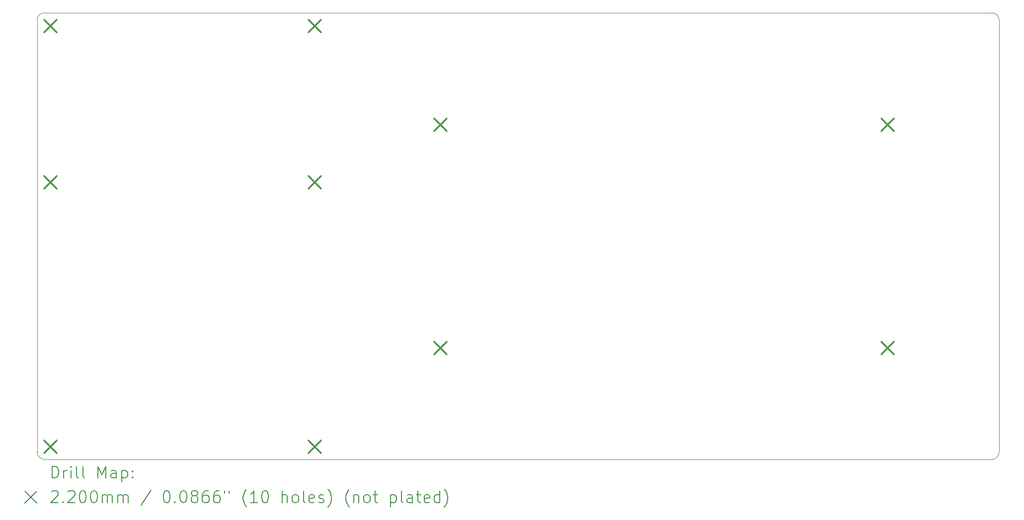
<source format=gbr>
%TF.GenerationSoftware,KiCad,Pcbnew,7.0.5*%
%TF.CreationDate,2024-08-04T00:39:53+08:00*%
%TF.ProjectId,TPS,5450532e-6b69-4636-9164-5f7063625858,rev?*%
%TF.SameCoordinates,Original*%
%TF.FileFunction,Drillmap*%
%TF.FilePolarity,Positive*%
%FSLAX45Y45*%
G04 Gerber Fmt 4.5, Leading zero omitted, Abs format (unit mm)*
G04 Created by KiCad (PCBNEW 7.0.5) date 2024-08-04 00:39:53*
%MOMM*%
%LPD*%
G01*
G04 APERTURE LIST*
%ADD10C,0.120000*%
%ADD11C,0.200000*%
%ADD12C,0.220000*%
G04 APERTURE END LIST*
D10*
X20115500Y-2900000D02*
X3973100Y-2900000D01*
X3846100Y-10393000D02*
G75*
G03*
X3973100Y-10520000I127000J0D01*
G01*
X3973100Y-2900000D02*
G75*
G03*
X3846100Y-3027000I0J-127000D01*
G01*
X20242500Y-10393000D02*
X20242500Y-3027000D01*
X20115500Y-10520000D02*
X3973100Y-10520000D01*
X3846100Y-3027000D02*
X3846100Y-10393000D01*
X20115500Y-10520000D02*
G75*
G03*
X20242500Y-10393000I0J127000D01*
G01*
X20242500Y-3027000D02*
G75*
G03*
X20115500Y-2900000I-127000J0D01*
G01*
D11*
D12*
X3956100Y-3010000D02*
X4176100Y-3230000D01*
X4176100Y-3010000D02*
X3956100Y-3230000D01*
X3956100Y-5678600D02*
X4176100Y-5898600D01*
X4176100Y-5678600D02*
X3956100Y-5898600D01*
X3956100Y-10190000D02*
X4176100Y-10410000D01*
X4176100Y-10190000D02*
X3956100Y-10410000D01*
X8467500Y-3010000D02*
X8687500Y-3230000D01*
X8687500Y-3010000D02*
X8467500Y-3230000D01*
X8467500Y-5678600D02*
X8687500Y-5898600D01*
X8687500Y-5678600D02*
X8467500Y-5898600D01*
X8467500Y-10190000D02*
X8687500Y-10410000D01*
X8687500Y-10190000D02*
X8467500Y-10410000D01*
X10607500Y-4695000D02*
X10827500Y-4915000D01*
X10827500Y-4695000D02*
X10607500Y-4915000D01*
X10607500Y-8505000D02*
X10827500Y-8725000D01*
X10827500Y-8505000D02*
X10607500Y-8725000D01*
X18227500Y-4695000D02*
X18447500Y-4915000D01*
X18447500Y-4695000D02*
X18227500Y-4915000D01*
X18227500Y-8505000D02*
X18447500Y-8725000D01*
X18447500Y-8505000D02*
X18227500Y-8725000D01*
D11*
X4100877Y-10837484D02*
X4100877Y-10637484D01*
X4100877Y-10637484D02*
X4148496Y-10637484D01*
X4148496Y-10637484D02*
X4177067Y-10647008D01*
X4177067Y-10647008D02*
X4196115Y-10666055D01*
X4196115Y-10666055D02*
X4205639Y-10685103D01*
X4205639Y-10685103D02*
X4215163Y-10723198D01*
X4215163Y-10723198D02*
X4215163Y-10751770D01*
X4215163Y-10751770D02*
X4205639Y-10789865D01*
X4205639Y-10789865D02*
X4196115Y-10808912D01*
X4196115Y-10808912D02*
X4177067Y-10827960D01*
X4177067Y-10827960D02*
X4148496Y-10837484D01*
X4148496Y-10837484D02*
X4100877Y-10837484D01*
X4300877Y-10837484D02*
X4300877Y-10704150D01*
X4300877Y-10742246D02*
X4310401Y-10723198D01*
X4310401Y-10723198D02*
X4319924Y-10713674D01*
X4319924Y-10713674D02*
X4338972Y-10704150D01*
X4338972Y-10704150D02*
X4358020Y-10704150D01*
X4424686Y-10837484D02*
X4424686Y-10704150D01*
X4424686Y-10637484D02*
X4415163Y-10647008D01*
X4415163Y-10647008D02*
X4424686Y-10656531D01*
X4424686Y-10656531D02*
X4434210Y-10647008D01*
X4434210Y-10647008D02*
X4424686Y-10637484D01*
X4424686Y-10637484D02*
X4424686Y-10656531D01*
X4548496Y-10837484D02*
X4529448Y-10827960D01*
X4529448Y-10827960D02*
X4519924Y-10808912D01*
X4519924Y-10808912D02*
X4519924Y-10637484D01*
X4653258Y-10837484D02*
X4634210Y-10827960D01*
X4634210Y-10827960D02*
X4624686Y-10808912D01*
X4624686Y-10808912D02*
X4624686Y-10637484D01*
X4881829Y-10837484D02*
X4881829Y-10637484D01*
X4881829Y-10637484D02*
X4948496Y-10780341D01*
X4948496Y-10780341D02*
X5015163Y-10637484D01*
X5015163Y-10637484D02*
X5015163Y-10837484D01*
X5196115Y-10837484D02*
X5196115Y-10732722D01*
X5196115Y-10732722D02*
X5186591Y-10713674D01*
X5186591Y-10713674D02*
X5167544Y-10704150D01*
X5167544Y-10704150D02*
X5129448Y-10704150D01*
X5129448Y-10704150D02*
X5110401Y-10713674D01*
X5196115Y-10827960D02*
X5177067Y-10837484D01*
X5177067Y-10837484D02*
X5129448Y-10837484D01*
X5129448Y-10837484D02*
X5110401Y-10827960D01*
X5110401Y-10827960D02*
X5100877Y-10808912D01*
X5100877Y-10808912D02*
X5100877Y-10789865D01*
X5100877Y-10789865D02*
X5110401Y-10770817D01*
X5110401Y-10770817D02*
X5129448Y-10761293D01*
X5129448Y-10761293D02*
X5177067Y-10761293D01*
X5177067Y-10761293D02*
X5196115Y-10751770D01*
X5291353Y-10704150D02*
X5291353Y-10904150D01*
X5291353Y-10713674D02*
X5310401Y-10704150D01*
X5310401Y-10704150D02*
X5348496Y-10704150D01*
X5348496Y-10704150D02*
X5367544Y-10713674D01*
X5367544Y-10713674D02*
X5377067Y-10723198D01*
X5377067Y-10723198D02*
X5386591Y-10742246D01*
X5386591Y-10742246D02*
X5386591Y-10799389D01*
X5386591Y-10799389D02*
X5377067Y-10818436D01*
X5377067Y-10818436D02*
X5367544Y-10827960D01*
X5367544Y-10827960D02*
X5348496Y-10837484D01*
X5348496Y-10837484D02*
X5310401Y-10837484D01*
X5310401Y-10837484D02*
X5291353Y-10827960D01*
X5472305Y-10818436D02*
X5481829Y-10827960D01*
X5481829Y-10827960D02*
X5472305Y-10837484D01*
X5472305Y-10837484D02*
X5462782Y-10827960D01*
X5462782Y-10827960D02*
X5472305Y-10818436D01*
X5472305Y-10818436D02*
X5472305Y-10837484D01*
X5472305Y-10713674D02*
X5481829Y-10723198D01*
X5481829Y-10723198D02*
X5472305Y-10732722D01*
X5472305Y-10732722D02*
X5462782Y-10723198D01*
X5462782Y-10723198D02*
X5472305Y-10713674D01*
X5472305Y-10713674D02*
X5472305Y-10732722D01*
X3640100Y-11066000D02*
X3840100Y-11266000D01*
X3840100Y-11066000D02*
X3640100Y-11266000D01*
X4091353Y-11076531D02*
X4100877Y-11067008D01*
X4100877Y-11067008D02*
X4119924Y-11057484D01*
X4119924Y-11057484D02*
X4167543Y-11057484D01*
X4167543Y-11057484D02*
X4186591Y-11067008D01*
X4186591Y-11067008D02*
X4196115Y-11076531D01*
X4196115Y-11076531D02*
X4205639Y-11095579D01*
X4205639Y-11095579D02*
X4205639Y-11114627D01*
X4205639Y-11114627D02*
X4196115Y-11143198D01*
X4196115Y-11143198D02*
X4081829Y-11257484D01*
X4081829Y-11257484D02*
X4205639Y-11257484D01*
X4291353Y-11238436D02*
X4300877Y-11247960D01*
X4300877Y-11247960D02*
X4291353Y-11257484D01*
X4291353Y-11257484D02*
X4281829Y-11247960D01*
X4281829Y-11247960D02*
X4291353Y-11238436D01*
X4291353Y-11238436D02*
X4291353Y-11257484D01*
X4377067Y-11076531D02*
X4386591Y-11067008D01*
X4386591Y-11067008D02*
X4405639Y-11057484D01*
X4405639Y-11057484D02*
X4453258Y-11057484D01*
X4453258Y-11057484D02*
X4472305Y-11067008D01*
X4472305Y-11067008D02*
X4481829Y-11076531D01*
X4481829Y-11076531D02*
X4491353Y-11095579D01*
X4491353Y-11095579D02*
X4491353Y-11114627D01*
X4491353Y-11114627D02*
X4481829Y-11143198D01*
X4481829Y-11143198D02*
X4367544Y-11257484D01*
X4367544Y-11257484D02*
X4491353Y-11257484D01*
X4615163Y-11057484D02*
X4634210Y-11057484D01*
X4634210Y-11057484D02*
X4653258Y-11067008D01*
X4653258Y-11067008D02*
X4662782Y-11076531D01*
X4662782Y-11076531D02*
X4672305Y-11095579D01*
X4672305Y-11095579D02*
X4681829Y-11133674D01*
X4681829Y-11133674D02*
X4681829Y-11181293D01*
X4681829Y-11181293D02*
X4672305Y-11219388D01*
X4672305Y-11219388D02*
X4662782Y-11238436D01*
X4662782Y-11238436D02*
X4653258Y-11247960D01*
X4653258Y-11247960D02*
X4634210Y-11257484D01*
X4634210Y-11257484D02*
X4615163Y-11257484D01*
X4615163Y-11257484D02*
X4596115Y-11247960D01*
X4596115Y-11247960D02*
X4586591Y-11238436D01*
X4586591Y-11238436D02*
X4577067Y-11219388D01*
X4577067Y-11219388D02*
X4567544Y-11181293D01*
X4567544Y-11181293D02*
X4567544Y-11133674D01*
X4567544Y-11133674D02*
X4577067Y-11095579D01*
X4577067Y-11095579D02*
X4586591Y-11076531D01*
X4586591Y-11076531D02*
X4596115Y-11067008D01*
X4596115Y-11067008D02*
X4615163Y-11057484D01*
X4805639Y-11057484D02*
X4824686Y-11057484D01*
X4824686Y-11057484D02*
X4843734Y-11067008D01*
X4843734Y-11067008D02*
X4853258Y-11076531D01*
X4853258Y-11076531D02*
X4862782Y-11095579D01*
X4862782Y-11095579D02*
X4872305Y-11133674D01*
X4872305Y-11133674D02*
X4872305Y-11181293D01*
X4872305Y-11181293D02*
X4862782Y-11219388D01*
X4862782Y-11219388D02*
X4853258Y-11238436D01*
X4853258Y-11238436D02*
X4843734Y-11247960D01*
X4843734Y-11247960D02*
X4824686Y-11257484D01*
X4824686Y-11257484D02*
X4805639Y-11257484D01*
X4805639Y-11257484D02*
X4786591Y-11247960D01*
X4786591Y-11247960D02*
X4777067Y-11238436D01*
X4777067Y-11238436D02*
X4767544Y-11219388D01*
X4767544Y-11219388D02*
X4758020Y-11181293D01*
X4758020Y-11181293D02*
X4758020Y-11133674D01*
X4758020Y-11133674D02*
X4767544Y-11095579D01*
X4767544Y-11095579D02*
X4777067Y-11076531D01*
X4777067Y-11076531D02*
X4786591Y-11067008D01*
X4786591Y-11067008D02*
X4805639Y-11057484D01*
X4958020Y-11257484D02*
X4958020Y-11124150D01*
X4958020Y-11143198D02*
X4967544Y-11133674D01*
X4967544Y-11133674D02*
X4986591Y-11124150D01*
X4986591Y-11124150D02*
X5015163Y-11124150D01*
X5015163Y-11124150D02*
X5034210Y-11133674D01*
X5034210Y-11133674D02*
X5043734Y-11152722D01*
X5043734Y-11152722D02*
X5043734Y-11257484D01*
X5043734Y-11152722D02*
X5053258Y-11133674D01*
X5053258Y-11133674D02*
X5072305Y-11124150D01*
X5072305Y-11124150D02*
X5100877Y-11124150D01*
X5100877Y-11124150D02*
X5119925Y-11133674D01*
X5119925Y-11133674D02*
X5129448Y-11152722D01*
X5129448Y-11152722D02*
X5129448Y-11257484D01*
X5224686Y-11257484D02*
X5224686Y-11124150D01*
X5224686Y-11143198D02*
X5234210Y-11133674D01*
X5234210Y-11133674D02*
X5253258Y-11124150D01*
X5253258Y-11124150D02*
X5281829Y-11124150D01*
X5281829Y-11124150D02*
X5300877Y-11133674D01*
X5300877Y-11133674D02*
X5310401Y-11152722D01*
X5310401Y-11152722D02*
X5310401Y-11257484D01*
X5310401Y-11152722D02*
X5319925Y-11133674D01*
X5319925Y-11133674D02*
X5338972Y-11124150D01*
X5338972Y-11124150D02*
X5367544Y-11124150D01*
X5367544Y-11124150D02*
X5386591Y-11133674D01*
X5386591Y-11133674D02*
X5396115Y-11152722D01*
X5396115Y-11152722D02*
X5396115Y-11257484D01*
X5786591Y-11047960D02*
X5615163Y-11305103D01*
X6043734Y-11057484D02*
X6062782Y-11057484D01*
X6062782Y-11057484D02*
X6081829Y-11067008D01*
X6081829Y-11067008D02*
X6091353Y-11076531D01*
X6091353Y-11076531D02*
X6100877Y-11095579D01*
X6100877Y-11095579D02*
X6110401Y-11133674D01*
X6110401Y-11133674D02*
X6110401Y-11181293D01*
X6110401Y-11181293D02*
X6100877Y-11219388D01*
X6100877Y-11219388D02*
X6091353Y-11238436D01*
X6091353Y-11238436D02*
X6081829Y-11247960D01*
X6081829Y-11247960D02*
X6062782Y-11257484D01*
X6062782Y-11257484D02*
X6043734Y-11257484D01*
X6043734Y-11257484D02*
X6024686Y-11247960D01*
X6024686Y-11247960D02*
X6015163Y-11238436D01*
X6015163Y-11238436D02*
X6005639Y-11219388D01*
X6005639Y-11219388D02*
X5996115Y-11181293D01*
X5996115Y-11181293D02*
X5996115Y-11133674D01*
X5996115Y-11133674D02*
X6005639Y-11095579D01*
X6005639Y-11095579D02*
X6015163Y-11076531D01*
X6015163Y-11076531D02*
X6024686Y-11067008D01*
X6024686Y-11067008D02*
X6043734Y-11057484D01*
X6196115Y-11238436D02*
X6205639Y-11247960D01*
X6205639Y-11247960D02*
X6196115Y-11257484D01*
X6196115Y-11257484D02*
X6186591Y-11247960D01*
X6186591Y-11247960D02*
X6196115Y-11238436D01*
X6196115Y-11238436D02*
X6196115Y-11257484D01*
X6329448Y-11057484D02*
X6348496Y-11057484D01*
X6348496Y-11057484D02*
X6367544Y-11067008D01*
X6367544Y-11067008D02*
X6377067Y-11076531D01*
X6377067Y-11076531D02*
X6386591Y-11095579D01*
X6386591Y-11095579D02*
X6396115Y-11133674D01*
X6396115Y-11133674D02*
X6396115Y-11181293D01*
X6396115Y-11181293D02*
X6386591Y-11219388D01*
X6386591Y-11219388D02*
X6377067Y-11238436D01*
X6377067Y-11238436D02*
X6367544Y-11247960D01*
X6367544Y-11247960D02*
X6348496Y-11257484D01*
X6348496Y-11257484D02*
X6329448Y-11257484D01*
X6329448Y-11257484D02*
X6310401Y-11247960D01*
X6310401Y-11247960D02*
X6300877Y-11238436D01*
X6300877Y-11238436D02*
X6291353Y-11219388D01*
X6291353Y-11219388D02*
X6281829Y-11181293D01*
X6281829Y-11181293D02*
X6281829Y-11133674D01*
X6281829Y-11133674D02*
X6291353Y-11095579D01*
X6291353Y-11095579D02*
X6300877Y-11076531D01*
X6300877Y-11076531D02*
X6310401Y-11067008D01*
X6310401Y-11067008D02*
X6329448Y-11057484D01*
X6510401Y-11143198D02*
X6491353Y-11133674D01*
X6491353Y-11133674D02*
X6481829Y-11124150D01*
X6481829Y-11124150D02*
X6472306Y-11105103D01*
X6472306Y-11105103D02*
X6472306Y-11095579D01*
X6472306Y-11095579D02*
X6481829Y-11076531D01*
X6481829Y-11076531D02*
X6491353Y-11067008D01*
X6491353Y-11067008D02*
X6510401Y-11057484D01*
X6510401Y-11057484D02*
X6548496Y-11057484D01*
X6548496Y-11057484D02*
X6567544Y-11067008D01*
X6567544Y-11067008D02*
X6577067Y-11076531D01*
X6577067Y-11076531D02*
X6586591Y-11095579D01*
X6586591Y-11095579D02*
X6586591Y-11105103D01*
X6586591Y-11105103D02*
X6577067Y-11124150D01*
X6577067Y-11124150D02*
X6567544Y-11133674D01*
X6567544Y-11133674D02*
X6548496Y-11143198D01*
X6548496Y-11143198D02*
X6510401Y-11143198D01*
X6510401Y-11143198D02*
X6491353Y-11152722D01*
X6491353Y-11152722D02*
X6481829Y-11162246D01*
X6481829Y-11162246D02*
X6472306Y-11181293D01*
X6472306Y-11181293D02*
X6472306Y-11219388D01*
X6472306Y-11219388D02*
X6481829Y-11238436D01*
X6481829Y-11238436D02*
X6491353Y-11247960D01*
X6491353Y-11247960D02*
X6510401Y-11257484D01*
X6510401Y-11257484D02*
X6548496Y-11257484D01*
X6548496Y-11257484D02*
X6567544Y-11247960D01*
X6567544Y-11247960D02*
X6577067Y-11238436D01*
X6577067Y-11238436D02*
X6586591Y-11219388D01*
X6586591Y-11219388D02*
X6586591Y-11181293D01*
X6586591Y-11181293D02*
X6577067Y-11162246D01*
X6577067Y-11162246D02*
X6567544Y-11152722D01*
X6567544Y-11152722D02*
X6548496Y-11143198D01*
X6758020Y-11057484D02*
X6719925Y-11057484D01*
X6719925Y-11057484D02*
X6700877Y-11067008D01*
X6700877Y-11067008D02*
X6691353Y-11076531D01*
X6691353Y-11076531D02*
X6672306Y-11105103D01*
X6672306Y-11105103D02*
X6662782Y-11143198D01*
X6662782Y-11143198D02*
X6662782Y-11219388D01*
X6662782Y-11219388D02*
X6672306Y-11238436D01*
X6672306Y-11238436D02*
X6681829Y-11247960D01*
X6681829Y-11247960D02*
X6700877Y-11257484D01*
X6700877Y-11257484D02*
X6738972Y-11257484D01*
X6738972Y-11257484D02*
X6758020Y-11247960D01*
X6758020Y-11247960D02*
X6767544Y-11238436D01*
X6767544Y-11238436D02*
X6777067Y-11219388D01*
X6777067Y-11219388D02*
X6777067Y-11171770D01*
X6777067Y-11171770D02*
X6767544Y-11152722D01*
X6767544Y-11152722D02*
X6758020Y-11143198D01*
X6758020Y-11143198D02*
X6738972Y-11133674D01*
X6738972Y-11133674D02*
X6700877Y-11133674D01*
X6700877Y-11133674D02*
X6681829Y-11143198D01*
X6681829Y-11143198D02*
X6672306Y-11152722D01*
X6672306Y-11152722D02*
X6662782Y-11171770D01*
X6948496Y-11057484D02*
X6910401Y-11057484D01*
X6910401Y-11057484D02*
X6891353Y-11067008D01*
X6891353Y-11067008D02*
X6881829Y-11076531D01*
X6881829Y-11076531D02*
X6862782Y-11105103D01*
X6862782Y-11105103D02*
X6853258Y-11143198D01*
X6853258Y-11143198D02*
X6853258Y-11219388D01*
X6853258Y-11219388D02*
X6862782Y-11238436D01*
X6862782Y-11238436D02*
X6872306Y-11247960D01*
X6872306Y-11247960D02*
X6891353Y-11257484D01*
X6891353Y-11257484D02*
X6929448Y-11257484D01*
X6929448Y-11257484D02*
X6948496Y-11247960D01*
X6948496Y-11247960D02*
X6958020Y-11238436D01*
X6958020Y-11238436D02*
X6967544Y-11219388D01*
X6967544Y-11219388D02*
X6967544Y-11171770D01*
X6967544Y-11171770D02*
X6958020Y-11152722D01*
X6958020Y-11152722D02*
X6948496Y-11143198D01*
X6948496Y-11143198D02*
X6929448Y-11133674D01*
X6929448Y-11133674D02*
X6891353Y-11133674D01*
X6891353Y-11133674D02*
X6872306Y-11143198D01*
X6872306Y-11143198D02*
X6862782Y-11152722D01*
X6862782Y-11152722D02*
X6853258Y-11171770D01*
X7043734Y-11057484D02*
X7043734Y-11095579D01*
X7119925Y-11057484D02*
X7119925Y-11095579D01*
X7415163Y-11333674D02*
X7405639Y-11324150D01*
X7405639Y-11324150D02*
X7386591Y-11295579D01*
X7386591Y-11295579D02*
X7377068Y-11276531D01*
X7377068Y-11276531D02*
X7367544Y-11247960D01*
X7367544Y-11247960D02*
X7358020Y-11200341D01*
X7358020Y-11200341D02*
X7358020Y-11162246D01*
X7358020Y-11162246D02*
X7367544Y-11114627D01*
X7367544Y-11114627D02*
X7377068Y-11086055D01*
X7377068Y-11086055D02*
X7386591Y-11067008D01*
X7386591Y-11067008D02*
X7405639Y-11038436D01*
X7405639Y-11038436D02*
X7415163Y-11028912D01*
X7596115Y-11257484D02*
X7481829Y-11257484D01*
X7538972Y-11257484D02*
X7538972Y-11057484D01*
X7538972Y-11057484D02*
X7519925Y-11086055D01*
X7519925Y-11086055D02*
X7500877Y-11105103D01*
X7500877Y-11105103D02*
X7481829Y-11114627D01*
X7719925Y-11057484D02*
X7738972Y-11057484D01*
X7738972Y-11057484D02*
X7758020Y-11067008D01*
X7758020Y-11067008D02*
X7767544Y-11076531D01*
X7767544Y-11076531D02*
X7777068Y-11095579D01*
X7777068Y-11095579D02*
X7786591Y-11133674D01*
X7786591Y-11133674D02*
X7786591Y-11181293D01*
X7786591Y-11181293D02*
X7777068Y-11219388D01*
X7777068Y-11219388D02*
X7767544Y-11238436D01*
X7767544Y-11238436D02*
X7758020Y-11247960D01*
X7758020Y-11247960D02*
X7738972Y-11257484D01*
X7738972Y-11257484D02*
X7719925Y-11257484D01*
X7719925Y-11257484D02*
X7700877Y-11247960D01*
X7700877Y-11247960D02*
X7691353Y-11238436D01*
X7691353Y-11238436D02*
X7681829Y-11219388D01*
X7681829Y-11219388D02*
X7672306Y-11181293D01*
X7672306Y-11181293D02*
X7672306Y-11133674D01*
X7672306Y-11133674D02*
X7681829Y-11095579D01*
X7681829Y-11095579D02*
X7691353Y-11076531D01*
X7691353Y-11076531D02*
X7700877Y-11067008D01*
X7700877Y-11067008D02*
X7719925Y-11057484D01*
X8024687Y-11257484D02*
X8024687Y-11057484D01*
X8110401Y-11257484D02*
X8110401Y-11152722D01*
X8110401Y-11152722D02*
X8100877Y-11133674D01*
X8100877Y-11133674D02*
X8081830Y-11124150D01*
X8081830Y-11124150D02*
X8053258Y-11124150D01*
X8053258Y-11124150D02*
X8034210Y-11133674D01*
X8034210Y-11133674D02*
X8024687Y-11143198D01*
X8234210Y-11257484D02*
X8215163Y-11247960D01*
X8215163Y-11247960D02*
X8205639Y-11238436D01*
X8205639Y-11238436D02*
X8196115Y-11219388D01*
X8196115Y-11219388D02*
X8196115Y-11162246D01*
X8196115Y-11162246D02*
X8205639Y-11143198D01*
X8205639Y-11143198D02*
X8215163Y-11133674D01*
X8215163Y-11133674D02*
X8234210Y-11124150D01*
X8234210Y-11124150D02*
X8262782Y-11124150D01*
X8262782Y-11124150D02*
X8281830Y-11133674D01*
X8281830Y-11133674D02*
X8291353Y-11143198D01*
X8291353Y-11143198D02*
X8300877Y-11162246D01*
X8300877Y-11162246D02*
X8300877Y-11219388D01*
X8300877Y-11219388D02*
X8291353Y-11238436D01*
X8291353Y-11238436D02*
X8281830Y-11247960D01*
X8281830Y-11247960D02*
X8262782Y-11257484D01*
X8262782Y-11257484D02*
X8234210Y-11257484D01*
X8415163Y-11257484D02*
X8396115Y-11247960D01*
X8396115Y-11247960D02*
X8386591Y-11228912D01*
X8386591Y-11228912D02*
X8386591Y-11057484D01*
X8567544Y-11247960D02*
X8548496Y-11257484D01*
X8548496Y-11257484D02*
X8510401Y-11257484D01*
X8510401Y-11257484D02*
X8491353Y-11247960D01*
X8491353Y-11247960D02*
X8481830Y-11228912D01*
X8481830Y-11228912D02*
X8481830Y-11152722D01*
X8481830Y-11152722D02*
X8491353Y-11133674D01*
X8491353Y-11133674D02*
X8510401Y-11124150D01*
X8510401Y-11124150D02*
X8548496Y-11124150D01*
X8548496Y-11124150D02*
X8567544Y-11133674D01*
X8567544Y-11133674D02*
X8577068Y-11152722D01*
X8577068Y-11152722D02*
X8577068Y-11171770D01*
X8577068Y-11171770D02*
X8481830Y-11190817D01*
X8653258Y-11247960D02*
X8672306Y-11257484D01*
X8672306Y-11257484D02*
X8710401Y-11257484D01*
X8710401Y-11257484D02*
X8729449Y-11247960D01*
X8729449Y-11247960D02*
X8738973Y-11228912D01*
X8738973Y-11228912D02*
X8738973Y-11219388D01*
X8738973Y-11219388D02*
X8729449Y-11200341D01*
X8729449Y-11200341D02*
X8710401Y-11190817D01*
X8710401Y-11190817D02*
X8681830Y-11190817D01*
X8681830Y-11190817D02*
X8662782Y-11181293D01*
X8662782Y-11181293D02*
X8653258Y-11162246D01*
X8653258Y-11162246D02*
X8653258Y-11152722D01*
X8653258Y-11152722D02*
X8662782Y-11133674D01*
X8662782Y-11133674D02*
X8681830Y-11124150D01*
X8681830Y-11124150D02*
X8710401Y-11124150D01*
X8710401Y-11124150D02*
X8729449Y-11133674D01*
X8805639Y-11333674D02*
X8815163Y-11324150D01*
X8815163Y-11324150D02*
X8834211Y-11295579D01*
X8834211Y-11295579D02*
X8843734Y-11276531D01*
X8843734Y-11276531D02*
X8853258Y-11247960D01*
X8853258Y-11247960D02*
X8862782Y-11200341D01*
X8862782Y-11200341D02*
X8862782Y-11162246D01*
X8862782Y-11162246D02*
X8853258Y-11114627D01*
X8853258Y-11114627D02*
X8843734Y-11086055D01*
X8843734Y-11086055D02*
X8834211Y-11067008D01*
X8834211Y-11067008D02*
X8815163Y-11038436D01*
X8815163Y-11038436D02*
X8805639Y-11028912D01*
X9167544Y-11333674D02*
X9158020Y-11324150D01*
X9158020Y-11324150D02*
X9138973Y-11295579D01*
X9138973Y-11295579D02*
X9129449Y-11276531D01*
X9129449Y-11276531D02*
X9119925Y-11247960D01*
X9119925Y-11247960D02*
X9110401Y-11200341D01*
X9110401Y-11200341D02*
X9110401Y-11162246D01*
X9110401Y-11162246D02*
X9119925Y-11114627D01*
X9119925Y-11114627D02*
X9129449Y-11086055D01*
X9129449Y-11086055D02*
X9138973Y-11067008D01*
X9138973Y-11067008D02*
X9158020Y-11038436D01*
X9158020Y-11038436D02*
X9167544Y-11028912D01*
X9243734Y-11124150D02*
X9243734Y-11257484D01*
X9243734Y-11143198D02*
X9253258Y-11133674D01*
X9253258Y-11133674D02*
X9272306Y-11124150D01*
X9272306Y-11124150D02*
X9300877Y-11124150D01*
X9300877Y-11124150D02*
X9319925Y-11133674D01*
X9319925Y-11133674D02*
X9329449Y-11152722D01*
X9329449Y-11152722D02*
X9329449Y-11257484D01*
X9453258Y-11257484D02*
X9434211Y-11247960D01*
X9434211Y-11247960D02*
X9424687Y-11238436D01*
X9424687Y-11238436D02*
X9415163Y-11219388D01*
X9415163Y-11219388D02*
X9415163Y-11162246D01*
X9415163Y-11162246D02*
X9424687Y-11143198D01*
X9424687Y-11143198D02*
X9434211Y-11133674D01*
X9434211Y-11133674D02*
X9453258Y-11124150D01*
X9453258Y-11124150D02*
X9481830Y-11124150D01*
X9481830Y-11124150D02*
X9500877Y-11133674D01*
X9500877Y-11133674D02*
X9510401Y-11143198D01*
X9510401Y-11143198D02*
X9519925Y-11162246D01*
X9519925Y-11162246D02*
X9519925Y-11219388D01*
X9519925Y-11219388D02*
X9510401Y-11238436D01*
X9510401Y-11238436D02*
X9500877Y-11247960D01*
X9500877Y-11247960D02*
X9481830Y-11257484D01*
X9481830Y-11257484D02*
X9453258Y-11257484D01*
X9577068Y-11124150D02*
X9653258Y-11124150D01*
X9605639Y-11057484D02*
X9605639Y-11228912D01*
X9605639Y-11228912D02*
X9615163Y-11247960D01*
X9615163Y-11247960D02*
X9634211Y-11257484D01*
X9634211Y-11257484D02*
X9653258Y-11257484D01*
X9872306Y-11124150D02*
X9872306Y-11324150D01*
X9872306Y-11133674D02*
X9891354Y-11124150D01*
X9891354Y-11124150D02*
X9929449Y-11124150D01*
X9929449Y-11124150D02*
X9948496Y-11133674D01*
X9948496Y-11133674D02*
X9958020Y-11143198D01*
X9958020Y-11143198D02*
X9967544Y-11162246D01*
X9967544Y-11162246D02*
X9967544Y-11219388D01*
X9967544Y-11219388D02*
X9958020Y-11238436D01*
X9958020Y-11238436D02*
X9948496Y-11247960D01*
X9948496Y-11247960D02*
X9929449Y-11257484D01*
X9929449Y-11257484D02*
X9891354Y-11257484D01*
X9891354Y-11257484D02*
X9872306Y-11247960D01*
X10081830Y-11257484D02*
X10062782Y-11247960D01*
X10062782Y-11247960D02*
X10053258Y-11228912D01*
X10053258Y-11228912D02*
X10053258Y-11057484D01*
X10243735Y-11257484D02*
X10243735Y-11152722D01*
X10243735Y-11152722D02*
X10234211Y-11133674D01*
X10234211Y-11133674D02*
X10215163Y-11124150D01*
X10215163Y-11124150D02*
X10177068Y-11124150D01*
X10177068Y-11124150D02*
X10158020Y-11133674D01*
X10243735Y-11247960D02*
X10224687Y-11257484D01*
X10224687Y-11257484D02*
X10177068Y-11257484D01*
X10177068Y-11257484D02*
X10158020Y-11247960D01*
X10158020Y-11247960D02*
X10148496Y-11228912D01*
X10148496Y-11228912D02*
X10148496Y-11209865D01*
X10148496Y-11209865D02*
X10158020Y-11190817D01*
X10158020Y-11190817D02*
X10177068Y-11181293D01*
X10177068Y-11181293D02*
X10224687Y-11181293D01*
X10224687Y-11181293D02*
X10243735Y-11171770D01*
X10310401Y-11124150D02*
X10386592Y-11124150D01*
X10338973Y-11057484D02*
X10338973Y-11228912D01*
X10338973Y-11228912D02*
X10348496Y-11247960D01*
X10348496Y-11247960D02*
X10367544Y-11257484D01*
X10367544Y-11257484D02*
X10386592Y-11257484D01*
X10529449Y-11247960D02*
X10510401Y-11257484D01*
X10510401Y-11257484D02*
X10472306Y-11257484D01*
X10472306Y-11257484D02*
X10453258Y-11247960D01*
X10453258Y-11247960D02*
X10443735Y-11228912D01*
X10443735Y-11228912D02*
X10443735Y-11152722D01*
X10443735Y-11152722D02*
X10453258Y-11133674D01*
X10453258Y-11133674D02*
X10472306Y-11124150D01*
X10472306Y-11124150D02*
X10510401Y-11124150D01*
X10510401Y-11124150D02*
X10529449Y-11133674D01*
X10529449Y-11133674D02*
X10538973Y-11152722D01*
X10538973Y-11152722D02*
X10538973Y-11171770D01*
X10538973Y-11171770D02*
X10443735Y-11190817D01*
X10710401Y-11257484D02*
X10710401Y-11057484D01*
X10710401Y-11247960D02*
X10691354Y-11257484D01*
X10691354Y-11257484D02*
X10653258Y-11257484D01*
X10653258Y-11257484D02*
X10634211Y-11247960D01*
X10634211Y-11247960D02*
X10624687Y-11238436D01*
X10624687Y-11238436D02*
X10615163Y-11219388D01*
X10615163Y-11219388D02*
X10615163Y-11162246D01*
X10615163Y-11162246D02*
X10624687Y-11143198D01*
X10624687Y-11143198D02*
X10634211Y-11133674D01*
X10634211Y-11133674D02*
X10653258Y-11124150D01*
X10653258Y-11124150D02*
X10691354Y-11124150D01*
X10691354Y-11124150D02*
X10710401Y-11133674D01*
X10786592Y-11333674D02*
X10796116Y-11324150D01*
X10796116Y-11324150D02*
X10815163Y-11295579D01*
X10815163Y-11295579D02*
X10824687Y-11276531D01*
X10824687Y-11276531D02*
X10834211Y-11247960D01*
X10834211Y-11247960D02*
X10843735Y-11200341D01*
X10843735Y-11200341D02*
X10843735Y-11162246D01*
X10843735Y-11162246D02*
X10834211Y-11114627D01*
X10834211Y-11114627D02*
X10824687Y-11086055D01*
X10824687Y-11086055D02*
X10815163Y-11067008D01*
X10815163Y-11067008D02*
X10796116Y-11038436D01*
X10796116Y-11038436D02*
X10786592Y-11028912D01*
M02*

</source>
